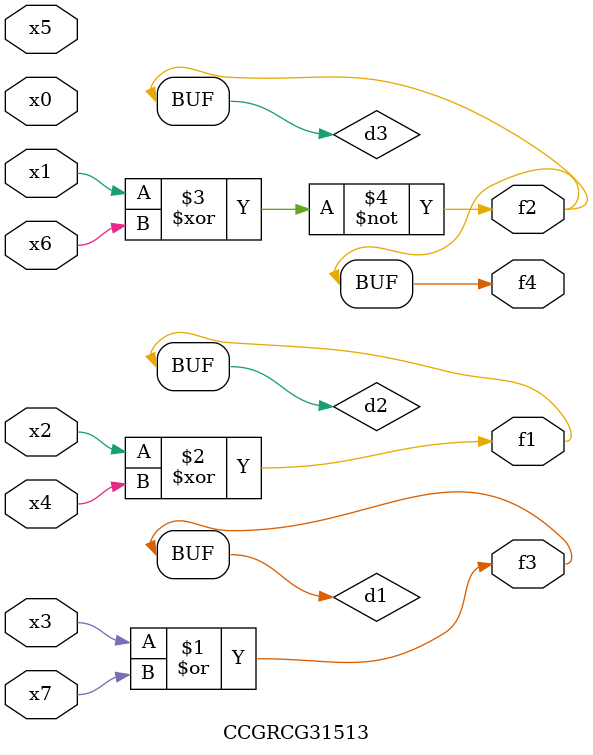
<source format=v>
module CCGRCG31513(
	input x0, x1, x2, x3, x4, x5, x6, x7,
	output f1, f2, f3, f4
);

	wire d1, d2, d3;

	or (d1, x3, x7);
	xor (d2, x2, x4);
	xnor (d3, x1, x6);
	assign f1 = d2;
	assign f2 = d3;
	assign f3 = d1;
	assign f4 = d3;
endmodule

</source>
